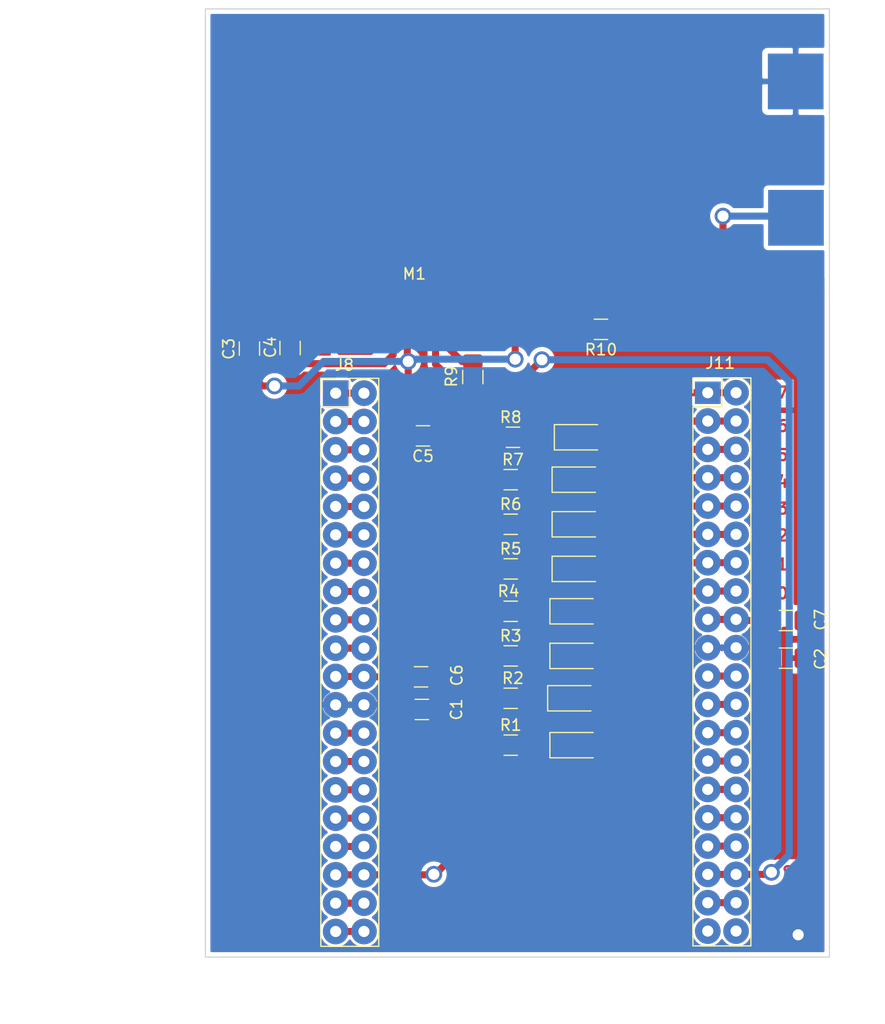
<source format=kicad_pcb>
(kicad_pcb (version 20171130) (host pcbnew "(5.1.2)-2")
  (title_block (title "Carte Afficheur LCD v1.0") (date 2019-07-09) (company "ENSICAEN ") (comment 1 "BADINGA  (1A ELEC)") (comment 2 "Musshca Luclaure ") (comment 3 By))
  (layers (0 F.Cu signal) (31 B.Cu signal) (34 B.Paste user) (35 F.Paste user) (36 B.SilkS user) (37 F.SilkS user) (38 B.Mask user) (39 F.Mask user) (44 Edge.Cuts user))
  (net 0 "")
  (net 1 /TVDD)
  (net 2 GND)
  (net 3 "Net-(C3-Pad1)")
  (net 4 "Net-(C4-Pad2)")
  (net 5 "Net-(C4-Pad1)")
  (net 6 "Net-(D1-Pad1)")
  (net 7 RC0)
  (net 8 RA4)
  (net 9 "Net-(D2-Pad1)")
  (net 10 RA5)
  (net 11 "Net-(D3-Pad1)")
  (net 12 "Net-(D4-Pad1)")
  (net 13 RA6)
  (net 14 "Net-(D5-Pad1)")
  (net 15 RA7)
  (net 16 RC1)
  (net 17 "Net-(D6-Pad1)")
  (net 18 RC5)
  (net 19 "Net-(D7-Pad1)")
  (net 20 "Net-(D8-Pad1)")
  (net 21 RC2)
  (net 22 RB1)
  (net 23 RB2)
  (net 24 RB4)
  (net 25 RC3)
  (net 26 RC4)
  (net 27 RD1)
  (net 28 RD0)
  (net 29 RE2)
  (net 30 RE1)
  (net 31 RE0)
  (net 32 RA3)
  (net 33 RA2)
  (net 34 RA1)
  (net 35 RA0)
  (net 36 RE3)
  (net 37 RB7)
  (net 38 RB6)
  (net 39 RB5)
  (net 40 RB3)
  (net 41 RB0)
  (net 42 RD7)
  (net 43 RD6)
  (net 44 RD5)
  (net 45 RD4)
  (net 46 RC7)
  (net 47 RC6)
  (net 48 RD3)
  (net 49 RD2)
  (net 50 "Net-(M1-Pad7)")
  (net 51 "Net-(J1-Pad2)")
  (module Connector_PinHeader_2.54mm:PinHeader_2x20_P2.54mm_Vertical (layer F.Cu) (at 66.68896 67.44436)
    (fp_text reference J8 (at 0.78604 -2.51936) (layer F.SilkS))
    (fp_text value J8 hide)
    (pad 1 thru_hole rect (at 0 0) (size 2.3 2.3) (drill 1) (layers *.Cu *.Mask) (net 36 RE3))
    (pad 2 thru_hole oval (at 2.54 0) (size 2.3 2.3) (drill 1) (layers *.Cu *.Mask) (net 36 RE3))
    (pad 3 thru_hole oval (at 0 2.54) (size 2.3 2.3) (drill 1) (layers *.Cu *.Mask) (net 35 RA0))
    (pad 4 thru_hole oval (at 2.54 2.54) (size 2.3 2.3) (drill 1) (layers *.Cu *.Mask) (net 35 RA0))
    (pad 5 thru_hole oval (at 0 5.08) (size 2.3 2.3) (drill 1) (layers *.Cu *.Mask) (net 34 RA1))
    (pad 6 thru_hole oval (at 2.54 5.08) (size 2.3 2.3) (drill 1) (layers *.Cu *.Mask) (net 34 RA1))
    (pad 7 thru_hole oval (at 0 7.62) (size 2.3 2.3) (drill 1) (layers *.Cu *.Mask) (net 33 RA2))
    (pad 8 thru_hole oval (at 2.54 7.62) (size 2.3 2.3) (drill 1) (layers *.Cu *.Mask) (net 33 RA2))
    (pad 9 thru_hole oval (at 0 10.16) (size 2.3 2.3) (drill 1) (layers *.Cu *.Mask) (net 32 RA3))
    (pad 10 thru_hole oval (at 2.54 10.16) (size 2.3 2.3) (drill 1) (layers *.Cu *.Mask) (net 32 RA3))
    (pad 11 thru_hole oval (at 0 12.7) (size 2.3 2.3) (drill 1) (layers *.Cu *.Mask) (net 8 RA4))
    (pad 12 thru_hole oval (at 2.54 12.7) (size 2.3 2.3) (drill 1) (layers *.Cu *.Mask) (net 8 RA4))
    (pad 13 thru_hole oval (at 0 15.24) (size 2.3 2.3) (drill 1) (layers *.Cu *.Mask) (net 10 RA5))
    (pad 14 thru_hole oval (at 2.54 15.24) (size 2.3 2.3) (drill 1) (layers *.Cu *.Mask) (net 10 RA5))
    (pad 15 thru_hole oval (at 0 17.78) (size 2.3 2.3) (drill 1) (layers *.Cu *.Mask) (net 31 RE0))
    (pad 16 thru_hole oval (at 2.54 17.78) (size 2.3 2.3) (drill 1) (layers *.Cu *.Mask) (net 31 RE0))
    (pad 17 thru_hole oval (at 0 20.32) (size 2.3 2.3) (drill 1) (layers *.Cu *.Mask) (net 30 RE1))
    (pad 18 thru_hole oval (at 2.54 20.32) (size 2.3 2.3) (drill 1) (layers *.Cu *.Mask) (net 30 RE1))
    (pad 19 thru_hole oval (at 0 22.86) (size 2.3 2.3) (drill 1) (layers *.Cu *.Mask) (net 29 RE2))
    (pad 20 thru_hole oval (at 2.54 22.86) (size 2.3 2.3) (drill 1) (layers *.Cu *.Mask) (net 29 RE2))
    (pad 21 thru_hole oval (at 0 25.4) (size 2.3 2.3) (drill 1) (layers *.Cu *.Mask) (net 1 /TVDD))
    (pad 22 thru_hole oval (at 2.54 25.4) (size 2.3 2.3) (drill 1) (layers *.Cu *.Mask) (net 1 /TVDD))
    (pad 23 thru_hole oval (at 0 27.94) (size 2.3 2.3) (drill 1) (layers *.Cu *.Mask) (net 2 GND))
    (pad 24 thru_hole oval (at 2.54 27.94) (size 2.3 2.3) (drill 1) (layers *.Cu *.Mask) (net 2 GND))
    (pad 25 thru_hole oval (at 0 30.48) (size 2.3 2.3) (drill 1) (layers *.Cu *.Mask) (net 15 RA7))
    (pad 26 thru_hole oval (at 2.54 30.48) (size 2.3 2.3) (drill 1) (layers *.Cu *.Mask) (net 15 RA7))
    (pad 27 thru_hole oval (at 0 33.02) (size 2.3 2.3) (drill 1) (layers *.Cu *.Mask) (net 13 RA6))
    (pad 28 thru_hole oval (at 2.54 33.02) (size 2.3 2.3) (drill 1) (layers *.Cu *.Mask) (net 13 RA6))
    (pad 29 thru_hole oval (at 0 35.56) (size 2.3 2.3) (drill 1) (layers *.Cu *.Mask) (net 7 RC0))
    (pad 30 thru_hole oval (at 2.54 35.56) (size 2.3 2.3) (drill 1) (layers *.Cu *.Mask) (net 7 RC0))
    (pad 31 thru_hole oval (at 0 38.1) (size 2.3 2.3) (drill 1) (layers *.Cu *.Mask) (net 16 RC1))
    (pad 32 thru_hole oval (at 2.54 38.1) (size 2.3 2.3) (drill 1) (layers *.Cu *.Mask) (net 16 RC1))
    (pad 33 thru_hole oval (at 0 40.64) (size 2.3 2.3) (drill 1) (layers *.Cu *.Mask) (net 21 RC2))
    (pad 34 thru_hole oval (at 2.54 40.64) (size 2.3 2.3) (drill 1) (layers *.Cu *.Mask) (net 21 RC2))
    (pad 35 thru_hole oval (at 0 43.18) (size 2.3 2.3) (drill 1) (layers *.Cu *.Mask) (net 25 RC3))
    (pad 36 thru_hole oval (at 2.54 43.18) (size 2.3 2.3) (drill 1) (layers *.Cu *.Mask) (net 25 RC3))
    (pad 37 thru_hole oval (at 0 45.72) (size 2.3 2.3) (drill 1) (layers *.Cu *.Mask) (net 28 RD0))
    (pad 38 thru_hole oval (at 2.54 45.72) (size 2.3 2.3) (drill 1) (layers *.Cu *.Mask) (net 28 RD0))
    (pad 39 thru_hole oval (at 0 48.26) (size 2.3 2.3) (drill 1) (layers *.Cu *.Mask) (net 27 RD1))
    (pad 40 thru_hole oval (at 2.54 48.26) (size 2.3 2.3) (drill 1) (layers *.Cu *.Mask) (net 27 RD1))
  )
  (module Connector_PinHeader_2.54mm:PinHeader_2x20_P2.54mm_Vertical (layer F.Cu) (at 100.08488 67.40626)
    (fp_text reference J11 (at 1.11512 -2.65626) (layer F.SilkS))
    (fp_text value J11 hide)
    (pad 40 thru_hole oval (at 2.54 48.26) (size 2.3 2.3) (drill 1) (layers *.Cu *.Mask) (net 49 RD2))
    (pad 39 thru_hole oval (at 0 48.26) (size 2.3 2.3) (drill 1) (layers *.Cu *.Mask) (net 49 RD2))
    (pad 38 thru_hole oval (at 2.54 45.72) (size 2.3 2.3) (drill 1) (layers *.Cu *.Mask) (net 48 RD3))
    (pad 37 thru_hole oval (at 0 45.72) (size 2.3 2.3) (drill 1) (layers *.Cu *.Mask) (net 48 RD3))
    (pad 36 thru_hole oval (at 2.54 43.18) (size 2.3 2.3) (drill 1) (layers *.Cu *.Mask) (net 26 RC4))
    (pad 35 thru_hole oval (at 0 43.18) (size 2.3 2.3) (drill 1) (layers *.Cu *.Mask) (net 26 RC4))
    (pad 34 thru_hole oval (at 2.54 40.64) (size 2.3 2.3) (drill 1) (layers *.Cu *.Mask) (net 18 RC5))
    (pad 33 thru_hole oval (at 0 40.64) (size 2.3 2.3) (drill 1) (layers *.Cu *.Mask) (net 18 RC5))
    (pad 32 thru_hole oval (at 2.54 38.1) (size 2.3 2.3) (drill 1) (layers *.Cu *.Mask) (net 47 RC6))
    (pad 31 thru_hole oval (at 0 38.1) (size 2.3 2.3) (drill 1) (layers *.Cu *.Mask) (net 47 RC6))
    (pad 30 thru_hole oval (at 2.54 35.56) (size 2.3 2.3) (drill 1) (layers *.Cu *.Mask) (net 46 RC7))
    (pad 29 thru_hole oval (at 0 35.56) (size 2.3 2.3) (drill 1) (layers *.Cu *.Mask) (net 46 RC7))
    (pad 28 thru_hole oval (at 2.54 33.02) (size 2.3 2.3) (drill 1) (layers *.Cu *.Mask) (net 45 RD4))
    (pad 27 thru_hole oval (at 0 33.02) (size 2.3 2.3) (drill 1) (layers *.Cu *.Mask) (net 45 RD4))
    (pad 26 thru_hole oval (at 2.54 30.48) (size 2.3 2.3) (drill 1) (layers *.Cu *.Mask) (net 44 RD5))
    (pad 25 thru_hole oval (at 0 30.48) (size 2.3 2.3) (drill 1) (layers *.Cu *.Mask) (net 44 RD5))
    (pad 24 thru_hole oval (at 2.54 27.94) (size 2.3 2.3) (drill 1) (layers *.Cu *.Mask) (net 43 RD6))
    (pad 23 thru_hole oval (at 0 27.94) (size 2.3 2.3) (drill 1) (layers *.Cu *.Mask) (net 43 RD6))
    (pad 22 thru_hole oval (at 2.54 25.4) (size 2.3 2.3) (drill 1) (layers *.Cu *.Mask) (net 42 RD7))
    (pad 21 thru_hole oval (at 0 25.4) (size 2.3 2.3) (drill 1) (layers *.Cu *.Mask) (net 42 RD7))
    (pad 20 thru_hole oval (at 2.54 22.86) (size 2.3 2.3) (drill 1) (layers *.Cu *.Mask) (net 2 GND))
    (pad 19 thru_hole oval (at 0 22.86) (size 2.3 2.3) (drill 1) (layers *.Cu *.Mask) (net 2 GND))
    (pad 18 thru_hole oval (at 2.54 20.32) (size 2.3 2.3) (drill 1) (layers *.Cu *.Mask) (net 1 /TVDD))
    (pad 17 thru_hole oval (at 0 20.32) (size 2.3 2.3) (drill 1) (layers *.Cu *.Mask) (net 1 /TVDD))
    (pad 16 thru_hole oval (at 2.54 17.78) (size 2.3 2.3) (drill 1) (layers *.Cu *.Mask) (net 41 RB0))
    (pad 15 thru_hole oval (at 0 17.78) (size 2.3 2.3) (drill 1) (layers *.Cu *.Mask) (net 41 RB0))
    (pad 14 thru_hole oval (at 2.54 15.24) (size 2.3 2.3) (drill 1) (layers *.Cu *.Mask) (net 22 RB1))
    (pad 13 thru_hole oval (at 0 15.24) (size 2.3 2.3) (drill 1) (layers *.Cu *.Mask) (net 22 RB1))
    (pad 12 thru_hole oval (at 2.54 12.7) (size 2.3 2.3) (drill 1) (layers *.Cu *.Mask) (net 23 RB2))
    (pad 11 thru_hole oval (at 0 12.7) (size 2.3 2.3) (drill 1) (layers *.Cu *.Mask) (net 23 RB2))
    (pad 10 thru_hole oval (at 2.54 10.16) (size 2.3 2.3) (drill 1) (layers *.Cu *.Mask) (net 40 RB3))
    (pad 9 thru_hole oval (at 0 10.16) (size 2.3 2.3) (drill 1) (layers *.Cu *.Mask) (net 40 RB3))
    (pad 8 thru_hole oval (at 2.54 7.62) (size 2.3 2.3) (drill 1) (layers *.Cu *.Mask) (net 24 RB4))
    (pad 7 thru_hole oval (at 0 7.62) (size 2.3 2.3) (drill 1) (layers *.Cu *.Mask) (net 24 RB4))
    (pad 6 thru_hole oval (at 2.54 5.08) (size 2.3 2.3) (drill 1) (layers *.Cu *.Mask) (net 39 RB5))
    (pad 5 thru_hole oval (at 0 5.08) (size 2.3 2.3) (drill 1) (layers *.Cu *.Mask) (net 39 RB5))
    (pad 4 thru_hole oval (at 2.54 2.54) (size 2.3 2.3) (drill 1) (layers *.Cu *.Mask) (net 38 RB6))
    (pad 3 thru_hole oval (at 0 2.54) (size 2.3 2.3) (drill 1) (layers *.Cu *.Mask) (net 38 RB6))
    (pad 2 thru_hole oval (at 2.54 0) (size 2.3 2.3) (drill 1) (layers *.Cu *.Mask) (net 37 RB7))
    (pad 1 thru_hole rect (at 0 0) (size 2.3 2) (drill 1) (layers *.Cu *.Mask) (net 37 RB7))
  )
  (module meslogo:logoENSICAEN_15_8mm_15_4mm (layer F.Cu) (at 87.1 107.5)
    (fp_text reference G*** hide)
    (fp_text value LOGO hide)
    (fp_poly (pts (xy 4.334933 -4.676589) (xy 3.4544 -4.676589) (xy 3.4544 -5.065059) (xy 4.334933 -5.065059) (xy 4.334933 -4.676589)) (layer F.Cu) (width 0.01))
    (fp_poly (pts (xy 3.217333 -4.676589) (xy 2.3368 -4.676589) (xy 2.3368 -5.065059) (xy 3.217333 -5.065059) (xy 3.217333 -4.676589)) (layer F.Cu) (width 0.01))
    (fp_poly (pts (xy 1.6637 -5.076513) (xy 2.1082 -5.07253) (xy 2.112925 -4.874559) (xy 2.117649 -4.676589) (xy 1.2192 -4.676589) (xy 1.2192 -5.080497) (xy 1.6637 -5.076513)) (layer F.Cu) (width 0.01))
    (fp_poly (pts (xy 1.016 -4.676589) (xy 0.083655 -4.676589) (xy 0.093133 -5.057589) (xy 0.554567 -5.061564) (xy 1.016 -5.06554) (xy 1.016 -4.676589)) (layer F.Cu) (width 0.01))
    (fp_poly (pts (xy 4.334933 -4.153647) (xy 3.437467 -4.153647) (xy 3.437467 -4.542118) (xy 4.334933 -4.542118) (xy 4.334933 -4.153647)) (layer F.Cu) (width 0.01))
    (fp_poly (pts (xy -1.236134 -4.153647) (xy -2.116667 -4.153647) (xy -2.116667 -4.542118) (xy -1.236134 -4.542118) (xy -1.236134 -4.153647)) (layer F.Cu) (width 0.01))
    (fp_poly (pts (xy 5.469466 -4.138706) (xy 4.538133 -4.138706) (xy 4.538133 -4.542118) (xy 5.469466 -4.542118) (xy 5.469466 -4.138706)) (layer F.Cu) (width 0.01))
    (fp_poly (pts (xy 3.217333 -4.138706) (xy 2.3368 -4.138706) (xy 2.3368 -4.542118) (xy 3.217333 -4.542118) (xy 3.217333 -4.138706)) (layer F.Cu) (width 0.01))
    (fp_poly (pts (xy 2.099733 -4.138706) (xy 1.218217 -4.138706) (xy 1.222942 -4.336677) (xy 1.227667 -4.534647) (xy 2.099733 -4.542623) (xy 2.099733 -4.138706)) (layer F.Cu) (width 0.01))
    (fp_poly (pts (xy 1.007533 -4.146177) (xy 0.55607 -4.141722) (xy 0.435829 -4.141003) (xy 0.326973 -4.141247) (xy 0.234011 -4.142371) (xy 0.161448 -4.144293) (xy 0.113792 -4.14693) (xy 0.095581 -4.150152) (xy 0.092381 -4.169283) (xy 0.090535 -4.205942) (xy 0.9652 -4.205942) (xy 0.973667 -4.198471) (xy 0.982133 -4.205942) (xy 0.973667 -4.213412) (xy 0.9652 -4.205942) (xy 0.090535 -4.205942) (xy 0.090225 -4.21208) (xy 0.089291 -4.272339) (xy 0.08976 -4.343853) (xy 0.089845 -4.348842) (xy 0.092604 -4.504765) (xy 0.948267 -4.504765) (xy 0.956733 -4.497295) (xy 0.9652 -4.504765) (xy 0.956733 -4.512236) (xy 0.948267 -4.504765) (xy 0.092604 -4.504765) (xy 0.093133 -4.534647) (xy 1.007533 -4.534647) (xy 1.007533 -4.146177)) (layer F.Cu) (width 0.01))
    (fp_poly (pts (xy -0.1016 -4.138706) (xy -1.032934 -4.138706) (xy -1.032934 -4.542118) (xy -0.1016 -4.542118) (xy -0.1016 -4.138706)) (layer F.Cu) (width 0.01))
    (fp_poly (pts (xy -2.353733 -4.138706) (xy -2.782711 -4.138706) (xy -2.899985 -4.139084) (xy -3.005922 -4.140148) (xy -3.095858 -4.141791) (xy -3.165131 -4.143909) (xy -3.209076 -4.146396) (xy -3.222978 -4.148667) (xy -3.227225 -4.166583) (xy -3.230743 -4.208402) (xy -3.233196 -4.268149) (xy -3.23425 -4.339846) (xy -3.234267 -4.350373) (xy -3.234267 -4.542118) (xy -2.353733 -4.542118) (xy -2.353733 -4.138706)) (layer F.Cu) (width 0.01))
    (fp_poly (pts (xy 2.952524 -5.563156) (xy 3.176344 -5.562286) (xy 3.391633 -5.560736) (xy 3.593732 -5.558506) (xy 3.777981 -5.555597) (xy 3.939722 -5.552009) (xy 4.074294 -5.547741) (xy 4.123267 -5.545668) (xy 4.278072 -5.538079) (xy 4.44557 -5.529226) (xy 4.619156 -5.519507) (xy 4.792224 -5.50932) (xy 4.958168 -5.499064) (xy 5.110385 -5.489139) (xy 5.242268 -5.479942) (xy 5.347212 -5.471873) (xy 5.350933 -5.471565) (xy 5.391917 -5.468749) (xy 5.42418 -5.465737) (xy 5.448639 -5.459286) (xy 5.466213 -5.446154) (xy 5.477822 -5.4231) (xy 5.484384 -5.38688) (xy 5.486818 -5.334255) (xy 5.486041 -5.261981) (xy 5.482974 -5.166817) (xy 5.478535 -5.045521) (xy 5.477776 -5.023971) (xy 5.465677 -4.676589) (xy 4.535509 -4.676589) (xy 4.541055 -4.876413) (xy 4.5466 -5.076237) (xy 4.334933 -5.08599) (xy 4.110725 -5.096114) (xy 3.912485 -5.104542) (xy 3.732382 -5.111514) (xy 3.562588 -5.117267) (xy 3.395274 -5.122038) (xy 3.222611 -5.126067) (xy 3.036771 -5.12959) (xy 2.829924 -5.132846) (xy 2.760133 -5.133841) (xy 2.452934 -5.136429) (xy 2.127544 -5.136039) (xy 1.791905 -5.132827) (xy 1.453962 -5.126947) (xy 1.121654 -5.118554) (xy 0.802926 -5.107805) (xy 0.505719 -5.094852) (xy 0.3556 -5.086919) (xy 0.243385 -5.080651) (xy 0.140815 -5.075087) (xy 0.05331 -5.070506) (xy -0.013711 -5.067189) (xy -0.054828 -5.065419) (xy -0.0635 -5.065201) (xy -0.07903 -5.064123) (xy -0.089637 -5.057836) (xy -0.096259 -5.041551) (xy -0.099835 -5.010482) (xy -0.101302 -4.959842) (xy -0.101599 -4.884844) (xy -0.1016 -4.870824) (xy -0.1016 -4.676589) (xy -1.032934 -4.676589) (xy -1.032934 -4.982883) (xy -0.9652 -4.982883) (xy -0.956734 -4.975412) (xy -0.948267 -4.982883) (xy -0.956734 -4.990353) (xy -0.9652 -4.982883) (xy -1.032934 -4.982883) (xy -1.032934 -4.994089) (xy -1.08585 -4.98475) (xy -1.141665 -4.977785) (xy -1.18745 -4.975412) (xy -1.236134 -4.975412) (xy -1.236134 -4.676589) (xy -2.116667 -4.676589) (xy -2.116667 -4.87415) (xy -2.180167 -4.864505) (xy -2.253078 -4.853458) (xy -2.299034 -4.844373) (xy -2.324216 -4.833029) (xy -2.334803 -4.815209) (xy -2.336976 -4.786693) (xy -2.3368 -4.757578) (xy -2.3368 -4.676589) (xy -2.785533 -4.676589) (xy -2.937639 -4.677089) (xy -3.057054 -4.678619) (xy -3.144934 -4.68122) (xy -3.202437 -4.684933) (xy -3.230721 -4.6898) (xy -3.234267 -4.692717) (xy -3.248597 -4.70233) (xy -3.280833 -4.700509) (xy -3.378674 -4.682755) (xy -3.485426 -4.662982) (xy -3.596054 -4.642166) (xy -3.705518 -4.621284) (xy -3.808781 -4.601312) (xy -3.900806 -4.583227) (xy -3.976555 -4.568007) (xy -4.03099 -4.556627) (xy -4.059074 -4.550066) (xy -4.061742 -4.549091) (xy -4.048339 -4.54685) (xy -4.006275 -4.544908) (xy -3.940754 -4.54339) (xy -3.856983 -4.542419) (xy -3.770489 -4.542118) (xy -3.471333 -4.542118) (xy -3.471333 -4.138202) (xy -3.907367 -4.142189) (xy -4.3434 -4.146177) (xy -4.345528 -4.220883) (xy -4.284134 -4.220883) (xy -4.275667 -4.213412) (xy -4.2672 -4.220883) (xy -4.275667 -4.228353) (xy -4.284134 -4.220883) (xy -4.345528 -4.220883) (xy -4.348188 -4.314265) (xy -4.350396 -4.389684) (xy -4.354514 -4.439536) (xy -4.364447 -4.468083) (xy -4.384097 -4.479589) (xy -4.417366 -4.478317) (xy -4.468157 -4.46853) (xy -4.486042 -4.464846) (xy -4.572 -4.447339) (xy -4.572 -4.138706) (xy -5.011267 -4.138706) (xy -5.165294 -4.139275) (xy -5.28632 -4.141001) (xy -5.375188 -4.143915) (xy -5.43274 -4.148047) (xy -5.45982 -4.153429) (xy -5.461973 -4.155036) (xy -5.468267 -4.17676) (xy -5.474925 -4.220133) (xy -5.480765 -4.276951) (xy -5.482179 -4.295378) (xy -5.485857 -4.356641) (xy -5.485386 -4.394964) (xy -5.479418 -4.417186) (xy -5.466608 -4.430149) (xy -5.454363 -4.436666) (xy -5.423169 -4.448321) (xy -5.364193 -4.467503) (xy -5.291939 -4.489824) (xy -3.996267 -4.489824) (xy -3.9878 -4.482353) (xy -3.979334 -4.489824) (xy -3.8608 -4.489824) (xy -3.852334 -4.482353) (xy -3.843867 -4.489824) (xy -3.852334 -4.497295) (xy -3.8608 -4.489824) (xy -3.979334 -4.489824) (xy -3.9878 -4.497295) (xy -3.996267 -4.489824) (xy -5.291939 -4.489824) (xy -5.282004 -4.492893) (xy -5.234179 -4.507255) (xy -4.210756 -4.507255) (xy -4.208431 -4.498373) (xy -4.199467 -4.497295) (xy -4.185529 -4.502761) (xy -4.18671 -4.504765) (xy -4.148667 -4.504765) (xy -4.1402 -4.497295) (xy -4.131734 -4.504765) (xy -4.134555 -4.507255) (xy -3.905956 -4.507255) (xy -3.903631 -4.498373) (xy -3.894667 -4.497295) (xy -3.880729 -4.502761) (xy -3.883378 -4.507255) (xy -3.903474 -4.509044) (xy -3.905956 -4.507255) (xy -4.134555 -4.507255) (xy -4.1402 -4.512236) (xy -4.148667 -4.504765) (xy -4.18671 -4.504765) (xy -4.188178 -4.507255) (xy -4.208274 -4.509044) (xy -4.210756 -4.507255) (xy -5.234179 -4.507255) (xy -5.181169 -4.523174) (xy -5.142224 -4.534647) (xy -4.1148 -4.534647) (xy -4.106334 -4.527177) (xy -4.097867 -4.534647) (xy -4.106334 -4.542118) (xy -4.1148 -4.534647) (xy -5.142224 -4.534647) (xy -5.066256 -4.557026) (xy -4.941833 -4.593132) (xy -4.812468 -4.630173) (xy -4.682728 -4.666831) (xy -4.557181 -4.701787) (xy -4.440395 -4.733724) (xy -4.336938 -4.761322) (xy -4.2672 -4.7793) (xy -3.706679 -4.913102) (xy -3.306921 -4.997824) (xy -0.389467 -4.997824) (xy -0.381 -4.990353) (xy -0.372534 -4.997824) (xy -0.381 -5.005295) (xy -0.389467 -4.997824) (xy -3.306921 -4.997824) (xy -3.137485 -5.033733) (xy -3.089486 -5.042647) (xy -0.321734 -5.042647) (xy -0.313267 -5.035177) (xy -0.1524 -5.035177) (xy -0.146205 -5.022879) (xy -0.141111 -5.025216) (xy -0.139085 -5.042948) (xy -0.141111 -5.045138) (xy -0.151178 -5.043087) (xy -0.1524 -5.035177) (xy -0.313267 -5.035177) (xy -0.3048 -5.042647) (xy -0.313267 -5.050118) (xy -0.321734 -5.042647) (xy -3.089486 -5.042647) (xy -2.556756 -5.14158) (xy -1.96163 -5.237027) (xy -1.349246 -5.320461) (xy -0.716741 -5.392269) (xy -0.061253 -5.452836) (xy 0.62008 -5.502549) (xy 1.330119 -5.541793) (xy 1.413933 -5.545661) (xy 1.538274 -5.550225) (xy 1.691357 -5.554111) (xy 1.868523 -5.557317) (xy 2.065112 -5.559844) (xy 2.276466 -5.561691) (xy 2.497925 -5.562859) (xy 2.724831 -5.563347) (xy 2.952524 -5.563156)) (layer F.Cu) (width 0.01))
    (fp_poly (pts (xy 5.469466 -3.615765) (xy 4.538133 -3.615765) (xy 4.538133 -4.004236) (xy 5.469466 -4.004236) (xy 5.469466 -3.615765)) (layer F.Cu) (width 0.01))
    (fp_poly (pts (xy 4.334933 -3.615765) (xy 3.436484 -3.615765) (xy 3.441208 -3.813736) (xy 3.445933 -4.011706) (xy 3.890433 -4.01569) (xy 4.334933 -4.019673) (xy 4.334933 -3.615765)) (layer F.Cu) (width 0.01))
    (fp_poly (pts (xy 3.217333 -3.615765) (xy 2.3368 -3.615765) (xy 2.3368 -4.004236) (xy 3.217333 -4.004236) (xy 3.217333 -3.615765)) (layer F.Cu) (width 0.01))
    (fp_poly (pts (xy 2.099733 -3.615765) (xy 1.2192 -3.615765) (xy 1.2192 -4.004236) (xy 2.099733 -4.004236) (xy 2.099733 -3.615765)) (layer F.Cu) (width 0.01))
    (fp_poly (pts (xy 1.016 -3.615765) (xy 0.084666 -3.615765) (xy 0.084666 -4.019177) (xy 1.016 -4.019177) (xy 1.016 -3.615765)) (layer F.Cu) (width 0.01))
    (fp_poly (pts (xy -0.1016 -3.615765) (xy -1.032934 -3.615765) (xy -1.032934 -4.004236) (xy -0.1016 -4.004236) (xy -0.1016 -3.615765)) (layer F.Cu) (width 0.01))
    (fp_poly (pts (xy -1.236134 -3.615765) (xy -2.134583 -3.615765) (xy -2.129858 -3.813736) (xy -2.125133 -4.011706) (xy -1.680633 -4.01569) (xy -1.236134 -4.019673) (xy -1.236134 -3.615765)) (layer F.Cu) (width 0.01))
    (fp_poly (pts (xy -2.353733 -3.615765) (xy -3.234267 -3.615765) (xy -3.234267 -4.004236) (xy -2.353733 -4.004236) (xy -2.353733 -3.615765)) (layer F.Cu) (width 0.01))
    (fp_poly (pts (xy -3.8989 -4.015694) (xy -3.462867 -4.011706) (xy -3.458142 -3.813736) (xy -3.453417 -3.615765) (xy -4.334934 -3.615765) (xy -4.334934 -4.019681) (xy -3.8989 -4.015694)) (layer F.Cu) (width 0.01))
    (fp_poly (pts (xy -4.572 -3.615765) (xy -5.469467 -3.615765) (xy -5.469467 -4.019177) (xy -4.572 -4.019177) (xy -4.572 -3.615765)) (layer F.Cu) (width 0.01))
    (fp_poly (pts (xy 4.334933 -3.092824) (xy 3.437467 -3.092824) (xy 3.437467 -3.481295) (xy 4.334933 -3.481295) (xy 4.334933 -3.092824)) (layer F.Cu) (width 0.01))
    (fp_poly (pts (xy -0.1016 -3.092824) (xy -1.032934 -3.092824) (xy -1.032934 -3.481295) (xy -0.1016 -3.481295) (xy -0.1016 -3.092824)) (layer F.Cu) (width 0.01))
    (fp_poly (pts (xy -4.572 -3.092824) (xy -5.452533 -3.092824) (xy -5.452533 -3.481295) (xy -4.572 -3.481295) (xy -4.572 -3.092824)) (layer F.Cu) (width 0.01))
    (fp_poly (pts (xy 4.999567 -3.477799) (xy 5.461 -3.473824) (xy 5.461 -3.085353) (xy 5.011126 -3.081379) (xy 4.890937 -3.08069) (xy 4.78199 -3.080779) (xy 4.688836 -3.081584) (xy 4.616022 -3.083044) (xy 4.568099 -3.085098) (xy 4.549693 -3.087605) (xy 4.545345 -3.105612) (xy 4.541745 -3.147519) (xy 4.539233 -3.207342) (xy 4.538151 -3.279099) (xy 4.538133 -3.28979) (xy 4.538133 -3.481775) (xy 4.999567 -3.477799)) (layer F.Cu) (width 0.01))
    (fp_poly (pts (xy 3.217333 -3.077883) (xy 2.779889 -3.077883) (xy 2.66143 -3.078254) (xy 2.554276 -3.079297) (xy 2.463043 -3.080912) (xy 2.392345 -3.082995) (xy 2.346797 -3.085443) (xy 2.331155 -3.087844) (xy 2.326908 -3.105759) (xy 2.32339 -3.147578) (xy 2.320937 -3.207325) (xy 2.319883 -3.279022) (xy 2.319867 -3.289549) (xy 2.319867 -3.481295) (xy 3.217333 -3.481295) (xy 3.217333 -3.077883)) (layer F.Cu) (width 0.01))
    (fp_poly (pts (xy 2.099733 -3.077883) (xy 1.2192 -3.077883) (xy 1.2192 -3.481295) (xy 2.099733 -3.481295) (xy 2.099733 -3.077883)) (layer F.Cu) (width 0.01))
    (fp_poly (pts (xy 1.01226 -3.283565) (xy 1.007533 -3.085353) (xy 0.554141 -3.081373) (xy 0.413476 -3.080406) (xy 0.3033 -3.080338) (xy 0.22025 -3.081284) (xy 0.160961 -3.08336) (xy 0.122068 -3.08668) (xy 0.100207 -3.09136) (xy 0.092143 -3.097184) (xy 0.089159 -3.119238) (xy 0.087456 -3.164486) (xy 0.087161 -3.22626) (xy 0.088334 -3.2954) (xy 0.093133 -3.473824) (xy 1.016987 -3.481776) (xy 1.01226 -3.283565)) (layer F.Cu) (width 0.01))
    (fp_poly (pts (xy -1.236134 -3.077883) (xy -2.116667 -3.077883) (xy -2.116667 -3.481295) (xy -1.236134 -3.481295) (xy -1.236134 -3.077883)) (layer F.Cu) (width 0.01))
    (fp_poly (pts (xy -2.3368 -3.077883) (xy -3.234267 -3.077883) (xy -3.234267 -3.481295) (xy -2.3368 -3.481295) (xy -2.3368 -3.077883)) (layer F.Cu) (width 0.01))
    (fp_poly (pts (xy -3.4544 -3.077883) (xy -4.351867 -3.077883) (xy -4.351867 -3.481295) (xy -3.4544 -3.481295) (xy -3.4544 -3.077883)) (layer F.Cu) (width 0.01))
    (fp_poly (pts (xy 5.469466 -2.554942) (xy 4.538133 -2.554942) (xy 4.538133 -2.958353) (xy 5.469466 -2.958353) (xy 5.469466 -2.554942)) (layer F.Cu) (width 0.01))
    (fp_poly (pts (xy 4.334933 -2.554942) (xy 3.4544 -2.554942) (xy 3.4544 -2.943412) (xy 4.334933 -2.943412) (xy 4.334933 -2.554942)) (layer F.Cu) (width 0.01))
    (fp_poly (pts (xy 3.217333 -2.554942) (xy 2.335817 -2.554942) (xy 2.340542 -2.752912) (xy 2.34491 -2.935942) (xy 2.3876 -2.935942) (xy 2.396067 -2.928471) (xy 2.404533 -2.935942) (xy 2.396067 -2.943412) (xy 2.3876 -2.935942) (xy 2.34491 -2.935942) (xy 2.345267 -2.950883) (xy 2.7813 -2.95487) (xy 3.217333 -2.958858) (xy 3.217333 -2.554942)) (layer F.Cu) (width 0.01))
    (fp_poly (pts (xy 2.099733 -2.554942) (xy 1.2192 -2.554942) (xy 1.2192 -2.943412) (xy 2.099733 -2.943412) (xy 2.099733 -2.554942)) (layer F.Cu) (width 0.01))
    (fp_poly (pts (xy 1.007533 -2.562412) (xy 0.545606 -2.558436) (xy 0.08368 -2.55446) (xy 0.088406 -2.752671) (xy 0.093133 -2.950883) (xy 1.007533 -2.950883) (xy 1.007533 -2.562412)) (layer F.Cu) (width 0.01))
    (fp_poly (pts (xy -0.1016 -2.554942) (xy -1.032934 -2.554942) (xy -1.032934 -2.958353) (xy -0.1016 -2.958353) (xy -0.1016 -2.554942)) (layer F.Cu) (width 0.01))
    (fp_poly (pts (xy -1.236134 -2.554942) (xy -2.116667 -2.554942) (xy -2.116667 -2.943412) (xy -1.236134 -2.943412) (xy -1.236134 -2.554942)) (layer F.Cu) (width 0.01))
    (fp_poly (pts (xy -2.798233 -2.939929) (xy -2.3622 -2.935942) (xy -2.352722 -2.554942) (xy -3.234267 -2.554942) (xy -3.234267 -2.943917) (xy -2.798233 -2.939929)) (layer F.Cu) (width 0.01))
    (fp_poly (pts (xy -3.471333 -2.554942) (xy -3.900311 -2.554942) (xy -4.017585 -2.55532) (xy -4.123522 -2.556383) (xy -4.213458 -2.558026) (xy -4.282731 -2.560144) (xy -4.326676 -2.562631) (xy -4.340578 -2.564902) (xy -4.344905 -2.582876) (xy -4.348466 -2.624616) (xy -4.350904 -2.684011) (xy -4.351864 -2.754947) (xy -4.351867 -2.759138) (xy -4.351867 -2.943412) (xy -3.471333 -2.943412) (xy -3.471333 -2.554942)) (layer F.Cu) (width 0.01))
    (fp_poly (pts (xy -4.572 -2.554942) (xy -5.469467 -2.554942) (xy -5.469467 -2.958353) (xy -4.572 -2.958353) (xy -4.572 -2.554942)) (layer F.Cu) (width 0.01))
    (fp_poly (pts (xy 5.469466 0.732117) (xy 4.588933 0.732117) (xy 4.588933 -2.032) (xy 5.469466 -2.032) (xy 5.469466 0.732117)) (layer F.Cu) (width 0.01))
    (fp_poly (pts (xy -1.893091 -2.028541) (xy -1.500183 -2.02453) (xy -0.940591 -1.326417) (xy -0.83731 -1.197707) (xy -0.739474 -1.07605) (xy -0.648896 -0.963681) (xy -0.56739 -0.86284) (xy -0.496771 -0.775764) (xy -0.438853 -0.704691) (xy -0.395449 -0.651858) (xy -0.368375 -0.619504) (xy -0.359834 -0.609987) (xy -0.354827 -0.610956) (xy -0.35063 -0.624634) (xy -0.347179 -0.653076) (xy -0.344413 -0.698341) (xy -0.34227 -0.762484) (xy -0.340688 -0.847562) (xy -0.339604 -0.955632) (xy -0.338957 -1.08875) (xy -0.338685 -1.248973) (xy -0.338667 -1.311836) (xy -0.338667 -2.032) (xy 0.474309 -2.032) (xy 0.469988 -0.653677) (xy 0.465666 0.724647) (xy -0.243889 0.724647) (xy -0.398234 0.530411) (xy -0.441416 0.475991) (xy -0.501001 0.400781) (xy -0.574037 0.308513) (xy -0.657573 0.20292) (xy -0.748657 0.087733) (xy -0.844337 -0.033317) (xy -0.94166 -0.156496) (xy -0.98917 -0.216647) (xy -1.079967 -0.331441) (xy -1.165416 -0.439134) (xy -1.243451 -0.537146) (xy -1.312006 -0.6229) (xy -1.369017 -0.693817) (xy -1.412418 -0.747318) (xy -1.440143 -0.780824) (xy -1.44948 -0.791349) (xy -1.454812 -0.792945) (xy -1.459301 -0.785616) (xy -1.463017 -0.767173) (xy -1.466027 -0.735425) (xy -1.468403 -0.688182) (xy -1.470212 -0.623254) (xy -1.471523 -0.538451) (xy -1.472408 -0.431583) (xy -1.472933 -0.30046) (xy -1.473169 -0.142892) (xy -1.4732 -0.040555) (xy -1.4732 0.732117) (xy -1.868311 0.732117) (xy -1.980726 0.731708) (xy -2.081667 0.730558) (xy -2.166261 0.728788) (xy -2.229634 0.726518) (xy -2.266914 0.723865) (xy -2.274711 0.722156) (xy -2.276355 0.706089) (xy -2.277927 0.662247) (xy -2.27941 0.592738) (xy -2.280786 0.499669) (xy -2.282039 0.385146) (xy -2.283151 0.251279) (xy -2.284105 0.100174) (xy -2.284884 -0.066061) (xy -2.285471 -0.24532) (xy -2.285848 -0.435494) (xy -2.285998 -0.634476) (xy -2.286 -0.660178) (xy -2.286 -2.032551) (xy -1.893091 -2.028541)) (layer F.Cu) (width 0.01))
    (fp_poly (pts (xy -3.081867 -1.38953) (xy -4.605867 -1.38953) (xy -4.605867 -1.030942) (xy -3.691467 -1.030942) (xy -3.691467 -0.388471) (xy -4.605867 -0.388471) (xy -4.605867 0.074705) (xy -3.048 0.074705) (xy -3.048 0.732117) (xy -5.469467 0.732117) (xy -5.469467 -2.032) (xy -3.081867 -2.032) (xy -3.081867 -1.38953)) (layer F.Cu) (width 0.01))
    (fp_poly (pts (xy 2.701814 -2.068069) (xy 2.833721 -2.061385) (xy 2.949635 -2.050098) (xy 3.001855 -2.04221) (xy 3.142176 -2.012421) (xy 3.285381 -1.973053) (xy 3.42377 -1.926855) (xy 3.549644 -1.876573) (xy 3.655302 -1.824955) (xy 3.716192 -1.787339) (xy 3.766317 -1.7519) (xy 3.658555 -1.596862) (xy 3.603843 -1.518005) (xy 3.543513 -1.430826) (xy 3.486437 -1.348155) (xy 3.45603 -1.303996) (xy 3.416228 -1.247846) (xy 3.381916 -1.202649) (xy 3.357258 -1.173697) (xy 3.347288 -1.16579) (xy 3.326951 -1.172679) (xy 3.285691 -1.191269) (xy 3.231613 -1.217863) (xy 3.219116 -1.224258) (xy 3.02473 -1.31153) (xy 2.833211 -1.370764) (xy 2.640127 -1.403105) (xy 2.497667 -1.410379) (xy 2.377254 -1.406219) (xy 2.286565 -1.391568) (xy 2.223148 -1.365269) (xy 2.184555 -1.326164) (xy 2.168336 -1.273095) (xy 2.167467 -1.254339) (xy 2.172697 -1.215477) (xy 2.190688 -1.182213) (xy 2.224887 -1.152789) (xy 2.278742 -1.125452) (xy 2.355703 -1.098445) (xy 2.459218 -1.070014) (xy 2.5908 -1.038839) (xy 2.785895 -0.993119) (xy 2.951486 -0.950549) (xy 3.091562 -0.909848) (xy 3.21011 -0.869737) (xy 3.311118 -0.828936) (xy 3.398576 -0.786165) (xy 3.42632 -0.770724) (xy 3.557528 -0.681421) (xy 3.659183 -0.580263) (xy 3.73295 -0.464688) (xy 3.780495 -0.332131) (xy 3.80263 -0.191446) (xy 3.801355 -0.022731) (xy 3.770145 0.132564) (xy 3.709889 0.273392) (xy 3.621477 0.398708) (xy 3.5058 0.507465) (xy 3.363747 0.598619) (xy 3.19621 0.671123) (xy 3.02785 0.718792) (xy 2.966705 0.730965) (xy 2.903024 0.740016) (xy 2.829773 0.746495) (xy 2.739916 0.750952) (xy 2.626419 0.753937) (xy 2.5654 0.754952) (xy 2.461634 0.756084) (xy 2.367181 0.756406) (xy 2.288191 0.755951) (xy 2.230814 0.754756) (xy 2.201333 0.752877) (xy 2.039158 0.724599) (xy 1.887254 0.693529) (xy 1.754361 0.661553) (xy 1.678423 0.639981) (xy 1.610885 0.617205) (xy 1.533683 0.588146) (xy 1.452804 0.555438) (xy 1.374234 0.521714) (xy 1.30396 0.489606) (xy 1.247966 0.461749) (xy 1.21224 0.440774) (xy 1.202267 0.430542) (xy 1.210733 0.415272) (xy 1.234072 0.379131) (xy 1.269193 0.326578) (xy 1.313004 0.262074) (xy 1.362417 0.190081) (xy 1.414338 0.115059) (xy 1.465679 0.041469) (xy 1.513348 -0.026229) (xy 1.554255 -0.083574) (xy 1.585308 -0.126105) (xy 1.603418 -0.149362) (xy 1.60579 -0.15185) (xy 1.624314 -0.149294) (xy 1.667099 -0.135343) (xy 1.728222 -0.112151) (xy 1.801758 -0.08187) (xy 1.820333 -0.073901) (xy 1.913499 -0.035839) (xy 2.013113 0.001199) (xy 2.106671 0.032755) (xy 2.175933 0.052928) (xy 2.30308 0.079583) (xy 2.431855 0.096016) (xy 2.556448 0.102361) (xy 2.671045 0.098751) (xy 2.769836 0.08532) (xy 2.847007 0.062201) (xy 2.88962 0.036517) (xy 2.919953 -0.009033) (xy 2.929874 -0.066117) (xy 2.918268 -0.121713) (xy 2.905028 -0.143666) (xy 2.87163 -0.170985) (xy 2.812635 -0.199984) (xy 2.726333 -0.231241) (xy 2.61101 -0.265333) (xy 2.464955 -0.302838) (xy 2.358239 -0.328054) (xy 2.175837 -0.37166) (xy 2.022687 -0.412228) (xy 1.894587 -0.451389) (xy 1.787339 -0.490775) (xy 1.696742 -0.532017) (xy 1.618598 -0.576749) (xy 1.548707 -0.626602) (xy 1.512269 -0.65679) (xy 1.417299 -0.759957) (xy 1.348278 -0.881354) (xy 1.30579 -1.01941) (xy 1.290418 -1.172553) (xy 1.292611 -1.247589) (xy 1.314869 -1.398475) (xy 1.361491 -1.531394) (xy 1.434826 -1.651083) (xy 1.537223 -1.762281) (xy 1.556128 -1.779309) (xy 1.685267 -1.873444) (xy 1.840893 -1.95292) (xy 2.018816 -2.015738) (xy 2.091267 -2.034792) (xy 2.179331 -2.050116) (xy 2.292672 -2.061173) (xy 2.423036 -2.067896) (xy 2.562168 -2.070217) (xy 2.701814 -2.068069)) (layer F.Cu) (width 0.01))
    (fp_poly (pts (xy 4.100409 1.729136) (xy 4.191224 1.83789) (xy 4.283007 1.949072) (xy 4.371858 2.057863) (xy 4.453875 2.159448) (xy 4.525154 2.249007) (xy 4.581795 2.321725) (xy 4.601964 2.348333) (xy 4.754813 2.552607) (xy 4.752306 1.93745) (xy 4.7498 1.322294) (xy 5.109633 1.318261) (xy 5.469466 1.314229) (xy 5.469466 3.720353) (xy 5.160433 3.720098) (xy 4.8514 3.719844) (xy 4.477277 3.260657) (xy 4.38576 3.147928) (xy 4.294328 3.034553) (xy 4.206375 2.924798) (xy 4.125297 2.822926) (xy 4.05449 2.7332) (xy 3.997349 2.659886) (xy 3.962849 2.614705) (xy 3.913031 2.548614) (xy 3.869557 2.491361) (xy 3.835978 2.447589) (xy 3.815843 2.421939) (xy 3.812039 2.41747) (xy 3.809957 2.42968) (xy 3.808223 2.468817) (xy 3.806863 2.531928) (xy 3.805902 2.616061) (xy 3.805368 2.718261) (xy 3.805287 2.835577) (xy 3.805684 2.965053) (xy 3.806279 3.063676) (xy 3.811024 3.720353) (xy 3.081665 3.720353) (xy 3.085999 2.521323) (xy 3.090333 1.322294) (xy 3.421019 1.318254) (xy 3.751704 1.314213) (xy 4.100409 1.729136)) (layer F.Cu) (width 0.01))
    (fp_poly (pts (xy 1.375833 1.318444) (xy 2.413 1.322294) (xy 2.422214 1.882588) (xy 1.083733 1.882588) (xy 1.083733 2.196353) (xy 1.8796 2.196353) (xy 1.8796 2.749176) (xy 1.083733 2.749176) (xy 1.083733 3.152588) (xy 2.4384 3.152588) (xy 2.4384 3.720353) (xy 0.338666 3.720353) (xy 0.338666 1.314593) (xy 1.375833 1.318444)) (layer F.Cu) (width 0.01))
    (fp_poly (pts (xy -1.477718 1.318282) (xy -1.0963 1.322294) (xy -0.920443 1.748117) (xy -0.84088 1.940915) (xy -0.761401 2.133781) (xy -0.682848 2.324652) (xy -0.606064 2.511467) (xy -0.531892 2.692164) (xy -0.461175 2.86468) (xy -0.394756 3.026955) (xy -0.333476 3.176925) (xy -0.278181 3.31253) (xy -0.229711 3.431706) (xy -0.188909 3.532393) (xy -0.15662 3.612528) (xy -0.133684 3.67005) (xy -0.120946 3.702896) (xy -0.118534 3.710037) (xy -0.134695 3.712914) (xy -0.180091 3.715482) (xy -0.250092 3.717623) (xy -0.340068 3.71922) (xy -0.445386 3.720155) (xy -0.524371 3.720353) (xy -0.930208 3.720353) (xy -1.003743 3.514911) (xy -1.077277 3.30947) (xy -1.892713 3.301476) (xy -1.904157 3.342826) (xy -1.913678 3.373411) (xy -1.930815 3.424971) (xy -1.953027 3.489972) (xy -1.974742 3.552264) (xy -2.033882 3.720353) (xy -2.439341 3.720353) (xy -2.552474 3.720084) (xy -2.653449 3.719329) (xy -2.737632 3.718166) (xy -2.80039 3.71667) (xy -2.837091 3.71492) (xy -2.8448 3.713612) (xy -2.839257 3.698) (xy -2.823953 3.659279) (xy -2.800873 3.602364) (xy -2.772005 3.532173) (xy -2.752744 3.485759) (xy -2.735398 3.443926) (xy -2.707794 3.377137) (xy -2.671175 3.288409) (xy -2.626782 3.18076) (xy -2.575856 3.057205) (xy -2.51964 2.920761) (xy -2.459374 2.774446) (xy -2.449554 2.750596) (xy -1.693333 2.750596) (xy -1.677471 2.755718) (xy -1.634157 2.75995) (xy -1.569802 2.762882) (xy -1.490819 2.764105) (xy -1.481667 2.764117) (xy -1.401481 2.763525) (xy -1.335233 2.761909) (xy -1.289334 2.759507) (xy -1.270196 2.756559) (xy -1.27 2.756218) (xy -1.274276 2.740063) (xy -1.286213 2.699516) (xy -1.304475 2.638995) (xy -1.327727 2.562919) (xy -1.354634 2.475704) (xy -1.361471 2.453659) (xy -1.390362 2.360194) (xy -1.417147 2.272809) (xy -1.440157 2.197) (xy -1.457727 2.138264) (xy -1.468189 2.102096) (xy -1.468968 2.099235) (xy -1.484994 2.03947) (xy -1.498299 2.099235) (xy -1.506922 2.132074) (xy -1.523054 2.188116) (xy -1.545034 2.261799) (xy -1.571201 2.34756) (xy -1.599892 2.439836) (xy -1.602468 2.448037) (xy -1.630163 2.536779) (xy -1.654455 2.615851) (xy -1.67397 2.680683) (xy -1.687338 2.726706) (xy -1.693186 2.749352) (xy -1.693333 2.750596) (xy -2.449554 2.750596) (xy -2.396301 2.621275) (xy -2.331663 2.464265) (xy -2.266701 2.306433) (xy -2.202656 2.150796) (xy -2.140771 2.00037) (xy -2.082286 1.858172) (xy -2.028445 1.727219) (xy -1.980488 1.610527) (xy -1.939658 1.511112) (xy -1.907195 1.431993) (xy -1.884342 1.376185) (xy -1.875959 1.355635) (xy -1.859135 1.31427) (xy -1.477718 1.318282)) (layer F.Cu) (width 0.01))
    (fp_poly (pts (xy -4.132267 1.288961) (xy -3.93343 1.306171) (xy -3.75913 1.342699) (xy -3.606743 1.400014) (xy -3.473646 1.479584) (xy -3.357216 1.582879) (xy -3.254827 1.711367) (xy -3.190682 1.816042) (xy -3.158876 1.875587) (xy -3.133769 1.926751) (xy -3.11865 1.962594) (xy -3.115733 1.974194) (xy -3.128414 1.987228) (xy -3.16744 2.007241) (xy -3.23429 2.034847) (xy -3.330443 2.070659) (xy -3.447006 2.111711) (xy -3.546523 2.145864) (xy -3.635598 2.175958) (xy -3.709339 2.200379) (xy -3.762852 2.217512) (xy -3.791245 2.225743) (xy -3.79414 2.226235) (xy -3.809218 2.214604) (xy -3.81 2.209392) (xy -3.819433 2.177021) (xy -3.844157 2.129105) (xy -3.878808 2.073782) (xy -3.918021 2.01919) (xy -3.956435 1.973465) (xy -3.980575 1.950611) (xy -4.069245 1.898491) (xy -4.167551 1.872039) (xy -4.269367 1.870476) (xy -4.368567 1.893022) (xy -4.459026 1.938898) (xy -4.534617 2.007324) (xy -4.546695 2.022677) (xy -4.588756 2.08522) (xy -4.619995 2.147722) (xy -4.64183 2.216119) (xy -4.655683 2.296344) (xy -4.662973 2.394335) (xy -4.665121 2.516024) (xy -4.665121 2.517588) (xy -4.664514 2.613273) (xy -4.662182 2.685876) (xy -4.657377 2.742186) (xy -4.649347 2.788991) (xy -4.637346 2.83308) (xy -4.626888 2.863977) (xy -4.573452 2.978464) (xy -4.504143 3.06656) (xy -4.418967 3.128262) (xy -4.317928 3.163564) (xy -4.21656 3.172796) (xy -4.119281 3.164198) (xy -4.033972 3.138183) (xy -3.955902 3.091879) (xy -3.880339 3.022412) (xy -3.802551 2.926909) (xy -3.795362 2.917054) (xy -3.73843 2.838402) (xy -3.490582 2.952874) (xy -3.401099 2.994405) (xy -3.31652 3.034027) (xy -3.2439 3.06841) (xy -3.19029 3.094223) (xy -3.171072 3.103758) (xy -3.09941 3.140171) (xy -3.126632 3.187468) (xy -3.193829 3.285557) (xy -3.281669 3.386506) (xy -3.381599 3.48193) (xy -3.485066 3.563448) (xy -3.55592 3.608249) (xy -3.702704 3.674269) (xy -3.870506 3.722437) (xy -4.05239 3.751766) (xy -4.241419 3.761273) (xy -4.430654 3.749971) (xy -4.492936 3.741353) (xy -4.683274 3.696797) (xy -4.855904 3.627094) (xy -5.009868 3.533068) (xy -5.144208 3.415544) (xy -5.257964 3.275347) (xy -5.350179 3.113301) (xy -5.414193 2.948728) (xy -5.430916 2.893639) (xy -5.443084 2.845932) (xy -5.451417 2.799068) (xy -5.456633 2.74651) (xy -5.459451 2.681722) (xy -5.460589 2.598164) (xy -5.460771 2.525058) (xy -5.45867 2.388854) (xy -5.451192 2.275344) (xy -5.436747 2.17753) (xy -5.41374 2.08841) (xy -5.380579 2.000984) (xy -5.335672 1.908253) (xy -5.309369 1.859608) (xy -5.207442 1.706822) (xy -5.08427 1.577121) (xy -4.940612 1.470871) (xy -4.777228 1.388441) (xy -4.594876 1.330199) (xy -4.394317 1.296513) (xy -4.176307 1.287751) (xy -4.132267 1.288961)) (layer F.Cu) (width 0.01))
  )
  (module Connector_PinSocket_2.54mm:PinSocket_1x02_P2.54mm_Vertical (layer F.Cu) (at 104.625 45.175)
    (fp_text reference J1 hide)
    (fp_text value Conn_01x02 hide)
    (pad 1 connect rect (at 3.35 -5.675) (size 5 5) (layers B.Cu B.Mask) (net 2 GND))
    (pad 2 connect rect (at 3.375 6.55) (size 5 5) (layers B.Cu B.Mask) (net 51 "Net-(J1-Pad2)"))
  )
  (module pastille_carte:LCD-1602-NEW (layer F.Cu) (at 73.75 45.75)
    (fp_text reference M1 (at 0 11) (layer F.SilkS))
    (fp_text value LCD-ALPHA1602)
    (pad 8 connect rect (at 4.445 14.5) (size 0.6 4) (layers F.Cu F.Mask) (net 1 /TVDD))
    (pad 7 connect rect (at 3.175 14.5) (size 0.6 4) (layers F.Cu F.Mask) (net 50 "Net-(M1-Pad7)"))
    (pad 6 connect rect (at 1.905 14.5) (size 0.6 4) (layers F.Cu F.Mask) (net 26 RC4))
    (pad 5 connect rect (at 0.635 14.5) (size 0.6 4) (layers F.Cu F.Mask) (net 2 GND))
    (pad 4 connect rect (at -0.635 14.5) (size 0.6 4) (layers F.Cu F.Mask) (net 1 /TVDD))
    (pad 3 connect rect (at -1.905 14.5) (size 0.6 4) (layers F.Cu F.Mask) (net 4 "Net-(C4-Pad2)"))
    (pad 2 connect rect (at -3.175 14.5) (size 0.6 4) (layers F.Cu F.Mask) (net 5 "Net-(C4-Pad1)"))
    (pad 1 connect rect (at -4.5466 14.5) (size 0.6 4) (layers F.Cu F.Mask) (net 3 "Net-(C3-Pad1)"))
  )
  (module Resistor_SMD:R_1206_3216Metric (layer F.Cu) (at 79 66 270)
    (fp_text reference R9 (at -0.05 1.925 90) (layer F.SilkS))
    (fp_text value 0)
    (pad 1 smd roundrect (at -1.4 0 270) (size 1.25 1.75) (layers F.Cu F.Paste F.Mask) (roundrect_rratio 0.2) (net 50 "Net-(M1-Pad7)"))
    (pad 2 smd roundrect (at 1.4 0 270) (size 1.25 1.75) (layers F.Cu F.Paste F.Mask) (roundrect_rratio 0.2) (net 25 RC3))
  )
  (module Capacitor_SMD:C_1206_3216Metric (layer F.Cu) (at 74.425 95.8 180)
    (fp_text reference C1 (at -3.10716 0 270) (layer F.SilkS))
    (fp_text value 1µf)
    (pad 2 smd roundrect (at 1.4 0 180) (size 1.25 1.75) (layers F.Cu F.Paste F.Mask) (roundrect_rratio 0.2) (net 1 /TVDD))
    (pad 1 smd roundrect (at -1.4 0 180) (size 1.25 1.75) (layers F.Cu F.Paste F.Mask) (roundrect_rratio 0.2) (net 2 GND))
  )
  (module Capacitor_SMD:C_1206_3216Metric (layer F.Cu) (at 107.1 91.2)
    (fp_text reference C2 (at 3.1 0.075 270) (layer F.SilkS))
    (fp_text value 1µf)
    (pad 1 smd roundrect (at -1.4 0) (size 1.25 1.75) (layers F.Cu F.Paste F.Mask) (roundrect_rratio 0.2) (net 1 /TVDD))
    (pad 2 smd roundrect (at 1.4 0) (size 1.25 1.75) (layers F.Cu F.Paste F.Mask) (roundrect_rratio 0.2) (net 2 GND))
  )
  (module Capacitor_SMD:C_1206_3216Metric (layer F.Cu) (at 74.35 92.875 180)
    (fp_text reference C6 (at -3.21558 0.13694 270) (layer F.SilkS))
    (fp_text value 0.1µf)
    (pad 1 smd roundrect (at -1.4 0 180) (size 1.25 1.75) (layers F.Cu F.Paste F.Mask) (roundrect_rratio 0.2) (net 2 GND))
    (pad 2 smd roundrect (at 1.4 0 180) (size 1.25 1.75) (layers F.Cu F.Paste F.Mask) (roundrect_rratio 0.2) (net 1 /TVDD))
  )
  (module Capacitor_SMD:C_1206_3216Metric (layer F.Cu) (at 107.1 87.825 180)
    (fp_text reference C7 (at -3.1 0.075 270) (layer F.SilkS))
    (fp_text value 0.1µf)
    (pad 2 smd roundrect (at 1.4 0 180) (size 1.25 1.75) (layers F.Cu F.Paste F.Mask) (roundrect_rratio 0.2) (net 1 /TVDD))
    (pad 1 smd roundrect (at -1.4 0 180) (size 1.25 1.75) (layers F.Cu F.Paste F.Mask) (roundrect_rratio 0.2) (net 2 GND))
  )
  (module LED_SMD:LED_1206_3216Metric (layer F.Cu) (at 88.2 99)
    (fp_text reference D1 (at -0.05 -2.05) (layer F.Cu))
    (fp_text value LED_ALT)
    (pad 2 smd roundrect (at 1.4 0) (size 1.25 1.75) (layers F.Cu F.Paste F.Mask) (roundrect_rratio 0.2) (net 41 RB0))
    (pad 1 smd roundrect (at -1.4 0) (size 1.25 1.75) (layers F.Cu F.Paste F.Mask) (roundrect_rratio 0.2) (net 6 "Net-(D1-Pad1)"))
  )
  (module LED_SMD:LED_1206_3216Metric (layer F.Cu) (at 88 94.8)
    (fp_text reference D2 (at 0 -1.82) (layer F.Cu))
    (fp_text value LED_ALT)
    (pad 1 smd roundrect (at -1.4 0) (size 1.25 1.75) (layers F.Cu F.Paste F.Mask) (roundrect_rratio 0.2) (net 9 "Net-(D2-Pad1)"))
    (pad 2 smd roundrect (at 1.4 0) (size 1.25 1.75) (layers F.Cu F.Paste F.Mask) (roundrect_rratio 0.2) (net 22 RB1))
  )
  (module LED_SMD:LED_1206_3216Metric (layer F.Cu) (at 88.2 91)
    (fp_text reference D3 (at 0 -1.85) (layer F.Cu))
    (fp_text value LED_ALT)
    (pad 2 smd roundrect (at 1.4 0) (size 1.25 1.75) (layers F.Cu F.Paste F.Mask) (roundrect_rratio 0.2) (net 23 RB2))
    (pad 1 smd roundrect (at -1.4 0) (size 1.25 1.75) (layers F.Cu F.Paste F.Mask) (roundrect_rratio 0.2) (net 11 "Net-(D3-Pad1)"))
  )
  (module LED_SMD:LED_1206_3216Metric (layer F.Cu) (at 88.2 87)
    (fp_text reference D4 (at 0 -1.85) (layer F.Cu))
    (fp_text value LED_ALT)
    (pad 1 smd roundrect (at -1.4 0) (size 1.25 1.75) (layers F.Cu F.Paste F.Mask) (roundrect_rratio 0.2) (net 12 "Net-(D4-Pad1)"))
    (pad 2 smd roundrect (at 1.4 0) (size 1.25 1.75) (layers F.Cu F.Paste F.Mask) (roundrect_rratio 0.2) (net 40 RB3))
  )
  (module LED_SMD:LED_1206_3216Metric (layer F.Cu) (at 88.4 83.2)
    (fp_text reference D5 (at 0 -1.82) (layer F.Cu))
    (fp_text value LED_ALT)
    (pad 1 smd roundrect (at -1.4 0) (size 1.25 1.75) (layers F.Cu F.Paste F.Mask) (roundrect_rratio 0.2) (net 14 "Net-(D5-Pad1)"))
    (pad 2 smd roundrect (at 1.4 0) (size 1.25 1.75) (layers F.Cu F.Paste F.Mask) (roundrect_rratio 0.2) (net 24 RB4))
  )
  (module LED_SMD:LED_1206_3216Metric (layer F.Cu) (at 88.4 79.2)
    (fp_text reference D6 (at -0.1 -1.9) (layer F.Cu))
    (fp_text value LED_ALT)
    (pad 2 smd roundrect (at 1.4 0) (size 1.25 1.75) (layers F.Cu F.Paste F.Mask) (roundrect_rratio 0.2) (net 39 RB5))
    (pad 1 smd roundrect (at -1.4 0) (size 1.25 1.75) (layers F.Cu F.Paste F.Mask) (roundrect_rratio 0.2) (net 17 "Net-(D6-Pad1)"))
  )
  (module LED_SMD:LED_1206_3216Metric (layer F.Cu) (at 88.4 75.2)
    (fp_text reference D7 (at 0 -1.82) (layer F.Cu))
    (fp_text value LED_ALT)
    (pad 2 smd roundrect (at 1.4 0) (size 1.25 1.75) (layers F.Cu F.Paste F.Mask) (roundrect_rratio 0.2) (net 38 RB6))
    (pad 1 smd roundrect (at -1.4 0) (size 1.25 1.75) (layers F.Cu F.Paste F.Mask) (roundrect_rratio 0.2) (net 19 "Net-(D7-Pad1)"))
  )
  (module LED_SMD:LED_1206_3216Metric (layer F.Cu) (at 88.6 71.4)
    (fp_text reference D8 (at 0 -1.82) (layer F.Cu))
    (fp_text value LED_ALT)
    (pad 1 smd roundrect (at -1.4 0) (size 1.25 1.75) (layers F.Cu F.Paste F.Mask) (roundrect_rratio 0.2) (net 20 "Net-(D8-Pad1)"))
    (pad 2 smd roundrect (at 1.4 0) (size 1.25 1.75) (layers F.Cu F.Paste F.Mask) (roundrect_rratio 0.2) (net 37 RB7))
  )
  (module Resistor_SMD:R_1206_3216Metric (layer F.Cu) (at 82.4 99)
    (fp_text reference R1 (at 0 -1.8) (layer F.SilkS))
    (fp_text value 1k)
    (pad 2 smd roundrect (at 1.4 0) (size 1.25 1.75) (layers F.Cu F.Paste F.Mask) (roundrect_rratio 0.2) (net 6 "Net-(D1-Pad1)"))
    (pad 1 smd roundrect (at -1.4 0) (size 1.25 1.75) (layers F.Cu F.Paste F.Mask) (roundrect_rratio 0.2) (net 2 GND))
  )
  (module Resistor_SMD:R_1206_3216Metric (layer F.Cu) (at 82.4 94.8)
    (fp_text reference R2 (at 0.2 -1.8) (layer F.SilkS))
    (fp_text value 1k)
    (pad 2 smd roundrect (at 1.4 0) (size 1.25 1.75) (layers F.Cu F.Paste F.Mask) (roundrect_rratio 0.2) (net 9 "Net-(D2-Pad1)"))
    (pad 1 smd roundrect (at -1.4 0) (size 1.25 1.75) (layers F.Cu F.Paste F.Mask) (roundrect_rratio 0.2) (net 2 GND))
  )
  (module Resistor_SMD:R_1206_3216Metric (layer F.Cu) (at 82.4 91)
    (fp_text reference R3 (at 0 -1.8) (layer F.SilkS))
    (fp_text value 1k)
    (pad 1 smd roundrect (at -1.4 0) (size 1.25 1.75) (layers F.Cu F.Paste F.Mask) (roundrect_rratio 0.2) (net 2 GND))
    (pad 2 smd roundrect (at 1.4 0) (size 1.25 1.75) (layers F.Cu F.Paste F.Mask) (roundrect_rratio 0.2) (net 11 "Net-(D3-Pad1)"))
  )
  (module Resistor_SMD:R_1206_3216Metric (layer F.Cu) (at 82.4 87)
    (fp_text reference R4 (at -0.2 -1.8 180) (layer F.SilkS))
    (fp_text value 1k)
    (pad 1 smd roundrect (at -1.4 0) (size 1.25 1.75) (layers F.Cu F.Paste F.Mask) (roundrect_rratio 0.2) (net 2 GND))
    (pad 2 smd roundrect (at 1.4 0) (size 1.25 1.75) (layers F.Cu F.Paste F.Mask) (roundrect_rratio 0.2) (net 12 "Net-(D4-Pad1)"))
  )
  (module Resistor_SMD:R_1206_3216Metric (layer F.Cu) (at 82.4 83.2)
    (fp_text reference R5 (at 0 -1.8) (layer F.SilkS))
    (fp_text value 10k)
    (pad 2 smd roundrect (at 1.4 0) (size 1.25 1.75) (layers F.Cu F.Paste F.Mask) (roundrect_rratio 0.2) (net 14 "Net-(D5-Pad1)"))
    (pad 1 smd roundrect (at -1.4 0) (size 1.25 1.75) (layers F.Cu F.Paste F.Mask) (roundrect_rratio 0.2) (net 2 GND))
  )
  (module Resistor_SMD:R_1206_3216Metric (layer F.Cu) (at 82.4 79.2)
    (fp_text reference R6 (at 0 -1.8) (layer F.SilkS))
    (fp_text value 10k)
    (pad 1 smd roundrect (at -1.4 0) (size 1.25 1.75) (layers F.Cu F.Paste F.Mask) (roundrect_rratio 0.2) (net 2 GND))
    (pad 2 smd roundrect (at 1.4 0) (size 1.25 1.75) (layers F.Cu F.Paste F.Mask) (roundrect_rratio 0.2) (net 17 "Net-(D6-Pad1)"))
  )
  (module Resistor_SMD:R_1206_3216Metric (layer F.Cu) (at 82.4 75.2)
    (fp_text reference R7 (at 0.2 -1.8) (layer F.SilkS))
    (fp_text value 1k)
    (pad 2 smd roundrect (at 1.4 0) (size 1.25 1.75) (layers F.Cu F.Paste F.Mask) (roundrect_rratio 0.2) (net 19 "Net-(D7-Pad1)"))
    (pad 1 smd roundrect (at -1.4 0) (size 1.25 1.75) (layers F.Cu F.Paste F.Mask) (roundrect_rratio 0.2) (net 2 GND))
  )
  (module Resistor_SMD:R_1206_3216Metric (layer F.Cu) (at 82.6 71.4)
    (fp_text reference R8 (at -0.2 -1.8) (layer F.SilkS))
    (fp_text value 1k)
    (pad 1 smd roundrect (at -1.4 0) (size 1.25 1.75) (layers F.Cu F.Paste F.Mask) (roundrect_rratio 0.2) (net 2 GND))
    (pad 2 smd roundrect (at 1.4 0) (size 1.25 1.75) (layers F.Cu F.Paste F.Mask) (roundrect_rratio 0.2) (net 20 "Net-(D8-Pad1)"))
  )
  (module Capacitor_SMD:C_1206_3216Metric (layer F.Cu) (at 58.95 63.45 270)
    (fp_text reference C3 (at 0.025 1.85 90) (layer F.SilkS))
    (fp_text value 1µf)
    (pad 1 smd roundrect (at -1.4 0 270) (size 1.25 1.75) (layers F.Cu F.Paste F.Mask) (roundrect_rratio 0.2) (net 3 "Net-(C3-Pad1)"))
    (pad 2 smd roundrect (at 1.4 0 270) (size 1.25 1.75) (layers F.Cu F.Paste F.Mask) (roundrect_rratio 0.2) (net 1 /TVDD))
  )
  (module Capacitor_SMD:C_1206_3216Metric (layer F.Cu) (at 62.6 63.4 270)
    (fp_text reference C4 (at -0.075 1.775 90) (layer F.SilkS))
    (fp_text value 1µf)
    (pad 2 smd roundrect (at 1.4 0 270) (size 1.25 1.75) (layers F.Cu F.Paste F.Mask) (roundrect_rratio 0.2) (net 4 "Net-(C4-Pad2)"))
    (pad 1 smd roundrect (at -1.4 0 270) (size 1.25 1.75) (layers F.Cu F.Paste F.Mask) (roundrect_rratio 0.2) (net 5 "Net-(C4-Pad1)"))
  )
  (module Capacitor_SMD:C_1206_3216Metric (layer F.Cu) (at 74.525 71.275 180)
    (fp_text reference C5 (at 0 -1.82) (layer F.SilkS))
    (fp_text value 100nf)
    (pad 1 smd roundrect (at -1.4 0 180) (size 1.25 1.75) (layers F.Cu F.Paste F.Mask) (roundrect_rratio 0.2) (net 2 GND))
    (pad 2 smd roundrect (at 1.4 0 180) (size 1.25 1.75) (layers F.Cu F.Paste F.Mask) (roundrect_rratio 0.2) (net 1 /TVDD))
  )
  (module Resistor_SMD:R_1206_3216Metric (layer F.Cu) (at 90.5 61.725 180)
    (fp_text reference R10 (at 0 -1.82) (layer F.SilkS))
    (fp_text value 100)
    (pad 1 smd roundrect (at -1.4 0 180) (size 1.25 1.75) (layers F.Cu F.Paste F.Mask) (roundrect_rratio 0.2) (net 51 "Net-(J1-Pad2)"))
    (pad 2 smd roundrect (at 1.4 0 180) (size 1.25 1.75) (layers F.Cu F.Paste F.Mask) (roundrect_rratio 0.2) (net 1 /TVDD))
  )
  (gr_text BLUEWAVE (at 85.625 114.45) (layer F.Cu) (effects (font (size 1 1) (thickness 0.25))))
  (gr_text "Daughter Board V1\n" (at 96.25 112.7) (layer F.Cu) (effects (font (size 1 1) (thickness 0.25)) (justify right)))
  (gr_text "GND\n" (at 108.2 114.2) (layer F.Cu) (effects (font (size 1 1) (thickness 0.2))))
  (gr_text "RB0\n\n" (at 105.8 86.2) (layer F.Cu) (effects (font (size 1 1) (thickness 0.2))))
  (gr_text RB1 (at 105.8 82.8) (layer F.Cu) (effects (font (size 1 1) (thickness 0.2))))
  (gr_text RB2 (at 105.8 80.2) (layer F.Cu) (effects (font (size 1 1) (thickness 0.2))))
  (gr_text RB3 (at 105.8 77.8) (layer F.Cu) (effects (font (size 1 1) (thickness 0.2))))
  (gr_text RB4 (at 105.8 75.4) (layer F.Cu) (effects (font (size 1 1) (thickness 0.2))))
  (gr_text RB5 (at 105.8 73) (layer F.Cu) (effects (font (size 1 1) (thickness 0.2))))
  (gr_text RB6 (at 105.8 70.4) (layer F.Cu) (effects (font (size 1 1) (thickness 0.2))))
  (gr_text RB7 (at 105.8 67.4) (layer F.Cu) (effects (font (size 1 1) (thickness 0.2))))
  (gr_text "SCL\n" (at 78.6 110.6) (layer F.Cu) (effects (font (size 1 1) (thickness 0.2))))
  (gr_text SDA (at 108.2 110.4) (layer F.Cu) (effects (font (size 1 1) (thickness 0.2))))
  (gr_line (start 111 33) (end 55 33) (layer Edge.Cuts) (width 0.1))
  (gr_line (start 55 58) (end 55 33) (layer Edge.Cuts) (width 0.1))
  (gr_line (start 55 118) (end 55 58) (layer Edge.Cuts) (width 0.1))
  (gr_line (start 111 118) (end 55 118) (layer Edge.Cuts) (width 0.1))
  (gr_line (start 111 33) (end 111 118) (layer Edge.Cuts) (width 0.1))
  (via (at 73.2 64.6) (size 1.5) (drill 1) (layers F.Cu B.Cu) (net 1))
  (segment (start 69.22896 92.84436) (end 69.96936 92.84436) (width 0.635) (layer F.Cu) (net 1))
  (segment (start 66.68896 92.84436) (end 69.22896 92.84436) (width 0.635) (layer F.Cu) (net 1))
  (segment (start 100.08488 87.72626) (end 102.62488 87.72626) (width 0.635) (layer F.Cu) (net 1))
  (segment (start 105.60126 87.72626) (end 105.7 87.825) (width 0.635) (layer F.Cu) (net 1))
  (via (at 82.8 64.4) (size 1.5) (drill 1) (layers F.Cu B.Cu) (net 1))
  (via (at 61.2 66.8) (size 1.5) (drill 1) (layers F.Cu B.Cu) (net 1))
  (segment (start 73.4 64.4) (end 73.2 64.6) (width 0.635) (layer B.Cu) (net 1))
  (segment (start 82.8 64.4) (end 73.4 64.4) (width 0.635) (layer B.Cu) (net 1))
  (segment (start 69.27332 92.8) (end 69.22896 92.84436) (width 0.635) (layer F.Cu) (net 1))
  (segment (start 63.4 66.8) (end 61.2 66.8) (width 0.635) (layer B.Cu) (net 1))
  (segment (start 73.2 64.6) (end 65.6 64.6) (width 0.635) (layer B.Cu) (net 1))
  (segment (start 65.6 64.6) (end 63.4 66.8) (width 0.635) (layer B.Cu) (net 1))
  (segment (start 73.115 64.515) (end 73.2 64.6) (width 0.635) (layer F.Cu) (net 1))
  (segment (start 73.115 60.25) (end 73.115 64.515) (width 0.635) (layer F.Cu) (net 1))
  (segment (start 105.7 87.825) (end 105.7 91.2) (width 0.635) (layer F.Cu) (net 1))
  (segment (start 102.72362 87.825) (end 102.62488 87.72626) (width 0.635) (layer F.Cu) (net 1))
  (segment (start 105.7 87.825) (end 102.72362 87.825) (width 0.635) (layer F.Cu) (net 1))
  (segment (start 80 60.25) (end 78.195 60.25) (width 0.635) (layer F.Cu) (net 1))
  (segment (start 81.475 61.725) (end 80 60.25) (width 0.635) (layer F.Cu) (net 1))
  (segment (start 82.8 61.8) (end 82.725 61.725) (width 0.635) (layer F.Cu) (net 1))
  (segment (start 82.8 64.4) (end 82.8 61.8) (width 0.635) (layer F.Cu) (net 1))
  (segment (start 89.1 61.725) (end 82.725 61.725) (width 0.635) (layer F.Cu) (net 1))
  (segment (start 82.725 61.725) (end 81.475 61.725) (width 0.635) (layer F.Cu) (net 1))
  (segment (start 73.2 71.2) (end 73.125 71.275) (width 0.635) (layer F.Cu) (net 1))
  (segment (start 73.2 64.6) (end 73.2 71.2) (width 0.635) (layer F.Cu) (net 1))
  (segment (start 73.05 95.775) (end 73.025 95.8) (width 0.635) (layer F.Cu) (net 1))
  (segment (start 73.125 71.55) (end 73.125 92.6) (width 0.635) (layer F.Cu) (net 1))
  (segment (start 69.2596 92.875) (end 69.22896 92.84436) (width 0.635) (layer F.Cu) (net 1))
  (segment (start 72.95 92.875) (end 69.2596 92.875) (width 0.635) (layer F.Cu) (net 1))
  (segment (start 72.95 95.725) (end 73.025 95.8) (width 0.635) (layer F.Cu) (net 1))
  (segment (start 72.95 92.875) (end 72.95 95.725) (width 0.635) (layer F.Cu) (net 1))
  (segment (start 58.95 65.65) (end 58.95 64.85) (width 0.635) (layer F.Cu) (net 1))
  (segment (start 60 66.7) (end 58.95 65.65) (width 0.635) (layer F.Cu) (net 1))
  (segment (start 61.2 66.8) (end 60.13934 66.8) (width 0.635) (layer F.Cu) (net 1))
  (via (at 108.2 116) (size 1.5) (drill 1) (layers F.Cu B.Cu) (net 2))
  (segment (start 69.2034 60.2034) (end 69.2034 60.5) (width 0.635) (layer F.Cu) (net 3))
  (segment (start 58.95 60.675) (end 58.95 62.05) (width 0.635) (layer F.Cu) (net 3))
  (segment (start 69.2034 60.25) (end 59.375 60.25) (width 0.635) (layer F.Cu) (net 3))
  (segment (start 59.375 60.25) (end 58.95 60.675) (width 0.635) (layer F.Cu) (net 3))
  (segment (start 63.575 64.8) (end 62.6 64.8) (width 0.635) (layer F.Cu) (net 4))
  (segment (start 71.845 60.25) (end 71.845 64.005) (width 0.635) (layer F.Cu) (net 4))
  (segment (start 71.845 64.005) (end 71.05 64.8) (width 0.635) (layer F.Cu) (net 4))
  (segment (start 71.05 64.8) (end 65.55 64.8) (width 0.635) (layer F.Cu) (net 4))
  (segment (start 65.55 64.8) (end 62.6 64.8) (width 0.635) (layer F.Cu) (net 4))
  (segment (start 70.575 62.925) (end 70.575 60.25) (width 0.635) (layer F.Cu) (net 5))
  (segment (start 69.8 63.7) (end 70.575 62.925) (width 0.635) (layer F.Cu) (net 5))
  (segment (start 67.075 63.7) (end 69.8 63.7) (width 0.635) (layer F.Cu) (net 5))
  (segment (start 62.6 62) (end 65.375 62) (width 0.635) (layer F.Cu) (net 5))
  (segment (start 65.375 62) (end 67.075 63.7) (width 0.635) (layer F.Cu) (net 5))
  (segment (start 83.8 99) (end 86.8 99) (width 0.635) (layer F.Cu) (net 6))
  (segment (start 66.68896 103.00436) (end 69.22896 103.00436) (width 0.635) (layer F.Cu) (net 7))
  (segment (start 66.68896 80.14436) (end 69.22896 80.14436) (width 0.635) (layer F.Cu) (net 8))
  (segment (start 83.8 94.8) (end 86.6 94.8) (width 0.635) (layer F.Cu) (net 9))
  (segment (start 66.68896 82.68436) (end 69.22896 82.68436) (width 0.635) (layer F.Cu) (net 10))
  (segment (start 83.8 91) (end 86.8 91) (width 0.635) (layer F.Cu) (net 11))
  (segment (start 83.8 87) (end 86.8 87) (width 0.635) (layer F.Cu) (net 12))
  (segment (start 66.68896 100.46436) (end 69.22896 100.46436) (width 0.635) (layer F.Cu) (net 13))
  (segment (start 83.8 83.2) (end 87 83.2) (width 0.635) (layer F.Cu) (net 14))
  (segment (start 66.68896 97.92436) (end 69.22896 97.92436) (width 0.635) (layer F.Cu) (net 15))
  (segment (start 66.68896 105.54436) (end 69.22896 105.54436) (width 0.635) (layer F.Cu) (net 16))
  (segment (start 83.8 79.2) (end 87 79.2) (width 0.635) (layer F.Cu) (net 17))
  (segment (start 100.08488 108.04626) (end 102.62488 108.04626) (width 0.635) (layer F.Cu) (net 18))
  (segment (start 83.8 75.2) (end 87 75.2) (width 0.635) (layer F.Cu) (net 19))
  (segment (start 84 71.4) (end 87.2 71.4) (width 0.635) (layer F.Cu) (net 20))
  (segment (start 66.68896 108.08436) (end 69.22896 108.08436) (width 0.635) (layer F.Cu) (net 21))
  (segment (start 100.08488 82.64626) (end 102.62488 82.64626) (width 0.635) (layer F.Cu) (net 22))
  (segment (start 98.670667 82.64626) (end 98.666927 82.65) (width 0.635) (layer F.Cu) (net 22))
  (segment (start 100.08488 82.64626) (end 98.670667 82.64626) (width 0.635) (layer F.Cu) (net 22))
  (segment (start 98.666927 82.65) (end 97.5 82.65) (width 0.635) (layer F.Cu) (net 22))
  (segment (start 96.3 93.4) (end 96.3 83.85) (width 0.635) (layer F.Cu) (net 22))
  (segment (start 97 83.15) (end 97.5 82.65) (width 0.635) (layer F.Cu) (net 22))
  (segment (start 96.65 83.5) (end 97 83.15) (width 0.635) (layer F.Cu) (net 22))
  (segment (start 96.3 83.85) (end 97 83.15) (width 0.635) (layer F.Cu) (net 22))
  (segment (start 89.4 94.8) (end 90.125 94.8) (width 0.635) (layer F.Cu) (net 22))
  (segment (start 90.125 94.8) (end 90.175 94.85) (width 0.635) (layer F.Cu) (net 22))
  (segment (start 90.175 94.85) (end 94.85 94.85) (width 0.635) (layer F.Cu) (net 22))
  (segment (start 94.85 94.85) (end 96.3 93.4) (width 0.635) (layer F.Cu) (net 22))
  (segment (start 100.08488 80.10626) (end 102.62488 80.10626) (width 0.635) (layer F.Cu) (net 23))
  (segment (start 97.20626 80.10626) (end 100.08488 80.10626) (width 0.635) (layer F.Cu) (net 23))
  (segment (start 95.25 82.06252) (end 97.20626 80.10626) (width 0.635) (layer F.Cu) (net 23))
  (segment (start 95.25 89.65) (end 95.25 82.06252) (width 0.635) (layer F.Cu) (net 23))
  (segment (start 89.6 91) (end 93.9 91) (width 0.635) (layer F.Cu) (net 23))
  (segment (start 93.9 91) (end 95.25 89.65) (width 0.635) (layer F.Cu) (net 23))
  (segment (start 100.08488 75.31654) (end 100.08488 75.02626) (width 0.635) (layer F.Cu) (net 24))
  (segment (start 100.08488 75.02626) (end 102.62488 75.02626) (width 0.635) (layer F.Cu) (net 24))
  (segment (start 91.8 83.2) (end 89.8 83.2) (width 0.635) (layer F.Cu) (net 24))
  (segment (start 100.08488 75.02626) (end 98.670667 75.02626) (width 0.635) (layer F.Cu) (net 24))
  (segment (start 98.670667 75.02626) (end 98.644407 75) (width 0.635) (layer F.Cu) (net 24))
  (segment (start 98.644407 75) (end 97.4 75) (width 0.635) (layer F.Cu) (net 24))
  (segment (start 97.4 75) (end 92.2 80.2) (width 0.635) (layer F.Cu) (net 24))
  (segment (start 92.2 80.2) (end 92.2 82.8) (width 0.635) (layer F.Cu) (net 24))
  (segment (start 92.2 82.8) (end 91.8 83.2) (width 0.635) (layer F.Cu) (net 24))
  (via (at 75.5 110.575) (size 1.5) (drill 1) (layers F.Cu B.Cu) (net 25))
  (segment (start 66.5772 110.5126) (end 66.68896 110.62436) (width 0.254) (layer F.Cu) (net 25))
  (segment (start 66.68896 110.62436) (end 69.22896 110.62436) (width 0.635) (layer F.Cu) (net 25))
  (segment (start 75.57564 110.62436) (end 70.37564 110.62436) (width 0.635) (layer F.Cu) (net 25))
  (segment (start 77.8 108.4) (end 77 109.2) (width 0.635) (layer F.Cu) (net 25))
  (segment (start 77.2 109) (end 77 109.2) (width 0.635) (layer F.Cu) (net 25))
  (segment (start 77 109.2) (end 75.57564 110.62436) (width 0.635) (layer F.Cu) (net 25))
  (segment (start 79 107.2) (end 77.8 108.4) (width 0.635) (layer F.Cu) (net 25))
  (segment (start 79 67.4) (end 79 107.2) (width 0.635) (layer F.Cu) (net 25))
  (via (at 105.8 110.4) (size 1.5) (drill 1) (layers F.Cu B.Cu) (net 26))
  (segment (start 100.08488 110.58626) (end 102.62488 110.58626) (width 0.635) (layer F.Cu) (net 26))
  (segment (start 86.575 64.45) (end 86.575 64.45) (width 0.635) (layer B.Cu) (net 26))
  (via (at 85.2 64.45) (size 1.5) (drill 1) (layers F.Cu B.Cu) (net 26))
  (segment (start 105.45 64.45) (end 86.575 64.45) (width 0.635) (layer B.Cu) (net 26))
  (segment (start 102.62488 110.58626) (end 105.61374 110.58626) (width 0.635) (layer F.Cu) (net 26))
  (segment (start 105.8 110.4) (end 107.4 108.8) (width 0.635) (layer B.Cu) (net 26))
  (segment (start 107.4 66.4) (end 105.9 64.9) (width 0.635) (layer B.Cu) (net 26))
  (segment (start 107.4 108.8) (end 107.4 66.4) (width 0.635) (layer B.Cu) (net 26))
  (segment (start 106.95 65.95) (end 105.9 64.9) (width 0.635) (layer B.Cu) (net 26))
  (segment (start 105.9 64.9) (end 105.45 64.45) (width 0.635) (layer B.Cu) (net 26))
  (segment (start 86.575 64.45) (end 85.2 64.45) (width 0.635) (layer B.Cu) (net 26))
  (segment (start 83.65 66) (end 85.2 64.45) (width 0.635) (layer F.Cu) (net 26))
  (segment (start 76.8 66) (end 83.65 66) (width 0.635) (layer F.Cu) (net 26))
  (segment (start 75.655 60.25) (end 75.655 64.855) (width 0.635) (layer F.Cu) (net 26))
  (segment (start 75.655 64.855) (end 76.8 66) (width 0.635) (layer F.Cu) (net 26))
  (segment (start 66.68896 115.70436) (end 69.22896 115.70436) (width 0.635) (layer F.Cu) (net 27))
  (segment (start 66.68896 113.16436) (end 69.22896 113.16436) (width 0.635) (layer F.Cu) (net 28))
  (segment (start 66.68896 90.30436) (end 69.22896 90.30436) (width 0.635) (layer F.Cu) (net 29))
  (segment (start 66.68896 87.76436) (end 69.22896 87.76436) (width 0.635) (layer F.Cu) (net 30))
  (segment (start 66.68896 85.22436) (end 69.22896 85.22436) (width 0.635) (layer F.Cu) (net 31))
  (segment (start 66.68896 77.60436) (end 69.22896 77.60436) (width 0.635) (layer F.Cu) (net 32))
  (segment (start 66.68896 75.06436) (end 69.22896 75.06436) (width 0.635) (layer F.Cu) (net 33))
  (segment (start 66.68896 72.52436) (end 69.22896 72.52436) (width 0.635) (layer F.Cu) (net 34))
  (segment (start 66.68896 69.98436) (end 69.22896 69.98436) (width 0.635) (layer F.Cu) (net 35))
  (segment (start 66.68896 67.44436) (end 69.22896 67.44436) (width 0.635) (layer F.Cu) (net 36))
  (segment (start 100.08488 67.40626) (end 102.62488 67.40626) (width 0.635) (layer F.Cu) (net 37))
  (segment (start 90.725 71.4) (end 90.775 71.45) (width 0.635) (layer F.Cu) (net 37))
  (segment (start 90 71.4) (end 90.725 71.4) (width 0.635) (layer F.Cu) (net 37))
  (segment (start 90.775 71.45) (end 93.375 71.45) (width 0.635) (layer F.Cu) (net 37))
  (segment (start 97.41874 67.40626) (end 100.08488 67.40626) (width 0.635) (layer F.Cu) (net 37))
  (segment (start 93.375 71.45) (end 97.41874 67.40626) (width 0.635) (layer F.Cu) (net 37))
  (segment (start 100.08488 69.94626) (end 102.62488 69.94626) (width 0.635) (layer F.Cu) (net 38))
  (segment (start 98.670667 69.94626) (end 100.08488 69.94626) (width 0.635) (layer F.Cu) (net 38))
  (segment (start 89.8 75.2) (end 91.875 75.2) (width 0.635) (layer F.Cu) (net 38))
  (segment (start 97.12874 69.94626) (end 100.08488 69.94626) (width 0.635) (layer F.Cu) (net 38))
  (segment (start 91.875 75.2) (end 97.12874 69.94626) (width 0.635) (layer F.Cu) (net 38))
  (segment (start 100.08488 72.48626) (end 102.62488 72.48626) (width 0.635) (layer F.Cu) (net 39))
  (segment (start 98.23874 72.48626) (end 100.08488 72.48626) (width 0.635) (layer F.Cu) (net 39))
  (segment (start 89.8 79.2) (end 91.525 79.2) (width 0.635) (layer F.Cu) (net 39))
  (segment (start 91.525 79.2) (end 98.23874 72.48626) (width 0.635) (layer F.Cu) (net 39))
  (segment (start 100.08488 77.56626) (end 102.62488 77.56626) (width 0.635) (layer F.Cu) (net 40))
  (segment (start 97.03374 77.56626) (end 100.08488 77.56626) (width 0.635) (layer F.Cu) (net 40))
  (segment (start 93.6 81) (end 97.03374 77.56626) (width 0.635) (layer F.Cu) (net 40))
  (segment (start 93.6 86.2) (end 93.6 81) (width 0.635) (layer F.Cu) (net 40))
  (segment (start 89.6 87) (end 92.8 87) (width 0.635) (layer F.Cu) (net 40))
  (segment (start 92.8 87) (end 93.6 86.2) (width 0.635) (layer F.Cu) (net 40))
  (segment (start 100.08488 85.18626) (end 102.62488 85.18626) (width 0.635) (layer F.Cu) (net 41))
  (segment (start 89.6 99) (end 90.325 99) (width 0.635) (layer F.Cu) (net 41))
  (segment (start 90.375 99.05) (end 96.1 99.05) (width 0.635) (layer F.Cu) (net 41))
  (segment (start 96.1 99.05) (end 97.25 97.9) (width 0.635) (layer F.Cu) (net 41))
  (segment (start 98.41374 85.18626) (end 100.08488 85.18626) (width 0.635) (layer F.Cu) (net 41))
  (segment (start 97.25 97.9) (end 97.25 86.35) (width 0.635) (layer F.Cu) (net 41))
  (segment (start 90.325 99) (end 90.375 99.05) (width 0.635) (layer F.Cu) (net 41))
  (segment (start 97.25 86.35) (end 98.41374 85.18626) (width 0.635) (layer F.Cu) (net 41))
  (segment (start 100.08488 92.80626) (end 102.62488 92.80626) (width 0.635) (layer F.Cu) (net 42))
  (segment (start 100.08488 95.34626) (end 102.62488 95.34626) (width 0.635) (layer F.Cu) (net 43))
  (segment (start 100.08488 97.88626) (end 102.62488 97.88626) (width 0.635) (layer F.Cu) (net 44))
  (segment (start 100.08488 100.42626) (end 102.62488 100.42626) (width 0.635) (layer F.Cu) (net 45))
  (segment (start 100.08488 102.96626) (end 102.62488 102.96626) (width 0.635) (layer F.Cu) (net 46))
  (segment (start 100.08488 105.50626) (end 102.62488 105.50626) (width 0.635) (layer F.Cu) (net 47))
  (segment (start 100.08488 113.12626) (end 102.62488 113.12626) (width 0.635) (layer F.Cu) (net 48))
  (segment (start 79 64.6) (end 78.025 64.6) (width 0.635) (layer F.Cu) (net 50))
  (segment (start 76.925 63.5) (end 76.925 60.25) (width 0.635) (layer F.Cu) (net 50))
  (segment (start 78.025 64.6) (end 76.925 63.5) (width 0.635) (layer F.Cu) (net 50))
  (via (at 101.45 51.575) (size 1.5) (drill 1) (layers F.Cu B.Cu) (net 51))
  (segment (start 107.85 51.575) (end 108 51.725) (width 0.635) (layer B.Cu) (net 51))
  (segment (start 101.45 51.575) (end 107.85 51.575) (width 0.635) (layer B.Cu) (net 51))
  (segment (start 91.9 61.725) (end 94.175 61.725) (width 0.635) (layer F.Cu) (net 51))
  (segment (start 94.175 61.725) (end 101.45 54.45) (width 0.635) (layer F.Cu) (net 51))
  (segment (start 101.45 54.45) (end 101.45 51.575) (width 0.635) (layer F.Cu) (net 51))
  (zone (net 2) (net_name GND) (layer B.Cu) (connect_pads (clearance 0.4)) (min_thickness 0.2) (fill yes (arc_segments 32) (thermal_gap 0.2) (thermal_bridge_width 0.3))
    (polygon (pts (xy 55 58) (xy 111 58) (xy 111 124) (xy 55 124)))
  )
  (zone (net 2) (net_name GND) (layer B.Cu) (connect_pads (clearance 0.4)) (min_thickness 0.254) (fill yes (arc_segments 32) (thermal_gap 0.508) (thermal_bridge_width 0.508))
    (polygon (pts (xy 54.475 32.2) (xy 111.2 32.25) (xy 111.225 58.425) (xy 54.525 58.1) (xy 54.525 32.475)))
  )
  (zone (net 2) (net_name GND) (layer F.Cu) (connect_pads (clearance 0.4)) (min_thickness 0.254) (fill yes (arc_segments 32) (thermal_gap 0.508) (thermal_bridge_width 0.508))
    (polygon (pts (xy 48 57) (xy 116 57) (xy 116 124) (xy 48 124)))
  )
)
</source>
